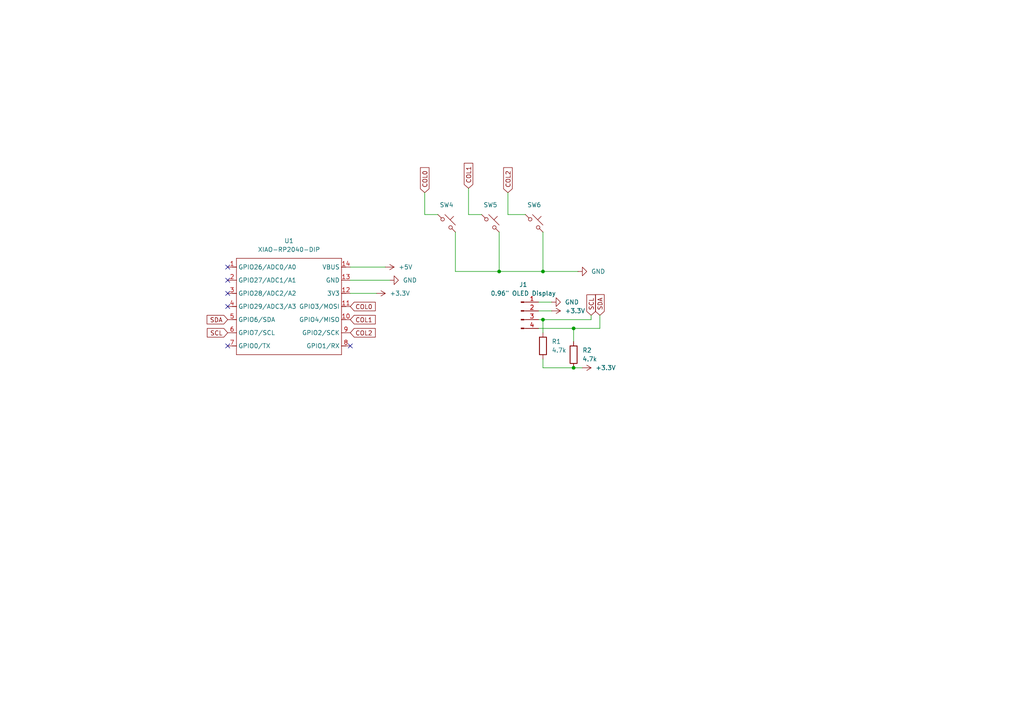
<source format=kicad_sch>
(kicad_sch
	(version 20231120)
	(generator "eeschema")
	(generator_version "8.0")
	(uuid "bbb66127-e82f-4e51-80be-75f83a38c524")
	(paper "A4")
	(lib_symbols
		(symbol "Connector:Conn_01x04_Pin"
			(pin_names
				(offset 1.016) hide)
			(exclude_from_sim no)
			(in_bom yes)
			(on_board yes)
			(property "Reference" "J"
				(at 0 5.08 0)
				(effects
					(font
						(size 1.27 1.27)
					)
				)
			)
			(property "Value" "Conn_01x04_Pin"
				(at 0 -7.62 0)
				(effects
					(font
						(size 1.27 1.27)
					)
				)
			)
			(property "Footprint" ""
				(at 0 0 0)
				(effects
					(font
						(size 1.27 1.27)
					)
					(hide yes)
				)
			)
			(property "Datasheet" "~"
				(at 0 0 0)
				(effects
					(font
						(size 1.27 1.27)
					)
					(hide yes)
				)
			)
			(property "Description" "Generic connector, single row, 01x04, script generated"
				(at 0 0 0)
				(effects
					(font
						(size 1.27 1.27)
					)
					(hide yes)
				)
			)
			(property "ki_locked" ""
				(at 0 0 0)
				(effects
					(font
						(size 1.27 1.27)
					)
				)
			)
			(property "ki_keywords" "connector"
				(at 0 0 0)
				(effects
					(font
						(size 1.27 1.27)
					)
					(hide yes)
				)
			)
			(property "ki_fp_filters" "Connector*:*_1x??_*"
				(at 0 0 0)
				(effects
					(font
						(size 1.27 1.27)
					)
					(hide yes)
				)
			)
			(symbol "Conn_01x04_Pin_1_1"
				(polyline
					(pts
						(xy 1.27 -5.08) (xy 0.8636 -5.08)
					)
					(stroke
						(width 0.1524)
						(type default)
					)
					(fill
						(type none)
					)
				)
				(polyline
					(pts
						(xy 1.27 -2.54) (xy 0.8636 -2.54)
					)
					(stroke
						(width 0.1524)
						(type default)
					)
					(fill
						(type none)
					)
				)
				(polyline
					(pts
						(xy 1.27 0) (xy 0.8636 0)
					)
					(stroke
						(width 0.1524)
						(type default)
					)
					(fill
						(type none)
					)
				)
				(polyline
					(pts
						(xy 1.27 2.54) (xy 0.8636 2.54)
					)
					(stroke
						(width 0.1524)
						(type default)
					)
					(fill
						(type none)
					)
				)
				(rectangle
					(start 0.8636 -4.953)
					(end 0 -5.207)
					(stroke
						(width 0.1524)
						(type default)
					)
					(fill
						(type outline)
					)
				)
				(rectangle
					(start 0.8636 -2.413)
					(end 0 -2.667)
					(stroke
						(width 0.1524)
						(type default)
					)
					(fill
						(type outline)
					)
				)
				(rectangle
					(start 0.8636 0.127)
					(end 0 -0.127)
					(stroke
						(width 0.1524)
						(type default)
					)
					(fill
						(type outline)
					)
				)
				(rectangle
					(start 0.8636 2.667)
					(end 0 2.413)
					(stroke
						(width 0.1524)
						(type default)
					)
					(fill
						(type outline)
					)
				)
				(pin passive line
					(at 5.08 2.54 180)
					(length 3.81)
					(name "Pin_1"
						(effects
							(font
								(size 1.27 1.27)
							)
						)
					)
					(number "1"
						(effects
							(font
								(size 1.27 1.27)
							)
						)
					)
				)
				(pin passive line
					(at 5.08 0 180)
					(length 3.81)
					(name "Pin_2"
						(effects
							(font
								(size 1.27 1.27)
							)
						)
					)
					(number "2"
						(effects
							(font
								(size 1.27 1.27)
							)
						)
					)
				)
				(pin passive line
					(at 5.08 -2.54 180)
					(length 3.81)
					(name "Pin_3"
						(effects
							(font
								(size 1.27 1.27)
							)
						)
					)
					(number "3"
						(effects
							(font
								(size 1.27 1.27)
							)
						)
					)
				)
				(pin passive line
					(at 5.08 -5.08 180)
					(length 3.81)
					(name "Pin_4"
						(effects
							(font
								(size 1.27 1.27)
							)
						)
					)
					(number "4"
						(effects
							(font
								(size 1.27 1.27)
							)
						)
					)
				)
			)
		)
		(symbol "Device:R"
			(pin_numbers hide)
			(pin_names
				(offset 0)
			)
			(exclude_from_sim no)
			(in_bom yes)
			(on_board yes)
			(property "Reference" "R"
				(at 2.032 0 90)
				(effects
					(font
						(size 1.27 1.27)
					)
				)
			)
			(property "Value" "R"
				(at 0 0 90)
				(effects
					(font
						(size 1.27 1.27)
					)
				)
			)
			(property "Footprint" ""
				(at -1.778 0 90)
				(effects
					(font
						(size 1.27 1.27)
					)
					(hide yes)
				)
			)
			(property "Datasheet" "~"
				(at 0 0 0)
				(effects
					(font
						(size 1.27 1.27)
					)
					(hide yes)
				)
			)
			(property "Description" "Resistor"
				(at 0 0 0)
				(effects
					(font
						(size 1.27 1.27)
					)
					(hide yes)
				)
			)
			(property "ki_keywords" "R res resistor"
				(at 0 0 0)
				(effects
					(font
						(size 1.27 1.27)
					)
					(hide yes)
				)
			)
			(property "ki_fp_filters" "R_*"
				(at 0 0 0)
				(effects
					(font
						(size 1.27 1.27)
					)
					(hide yes)
				)
			)
			(symbol "R_0_1"
				(rectangle
					(start -1.016 -2.54)
					(end 1.016 2.54)
					(stroke
						(width 0.254)
						(type default)
					)
					(fill
						(type none)
					)
				)
			)
			(symbol "R_1_1"
				(pin passive line
					(at 0 3.81 270)
					(length 1.27)
					(name "~"
						(effects
							(font
								(size 1.27 1.27)
							)
						)
					)
					(number "1"
						(effects
							(font
								(size 1.27 1.27)
							)
						)
					)
				)
				(pin passive line
					(at 0 -3.81 90)
					(length 1.27)
					(name "~"
						(effects
							(font
								(size 1.27 1.27)
							)
						)
					)
					(number "2"
						(effects
							(font
								(size 1.27 1.27)
							)
						)
					)
				)
			)
		)
		(symbol "OPL:XIAO-RP2040-DIP"
			(exclude_from_sim no)
			(in_bom yes)
			(on_board yes)
			(property "Reference" "U"
				(at 0 0 0)
				(effects
					(font
						(size 1.27 1.27)
					)
				)
			)
			(property "Value" "XIAO-RP2040-DIP"
				(at 5.334 -1.778 0)
				(effects
					(font
						(size 1.27 1.27)
					)
				)
			)
			(property "Footprint" "Module:MOUDLE14P-XIAO-DIP-SMD"
				(at 14.478 -32.258 0)
				(effects
					(font
						(size 1.27 1.27)
					)
					(hide yes)
				)
			)
			(property "Datasheet" ""
				(at 0 0 0)
				(effects
					(font
						(size 1.27 1.27)
					)
					(hide yes)
				)
			)
			(property "Description" ""
				(at 0 0 0)
				(effects
					(font
						(size 1.27 1.27)
					)
					(hide yes)
				)
			)
			(symbol "XIAO-RP2040-DIP_1_0"
				(polyline
					(pts
						(xy -1.27 -30.48) (xy -1.27 -16.51)
					)
					(stroke
						(width 0.1524)
						(type solid)
					)
					(fill
						(type none)
					)
				)
				(polyline
					(pts
						(xy -1.27 -27.94) (xy -2.54 -27.94)
					)
					(stroke
						(width 0.1524)
						(type solid)
					)
					(fill
						(type none)
					)
				)
				(polyline
					(pts
						(xy -1.27 -24.13) (xy -2.54 -24.13)
					)
					(stroke
						(width 0.1524)
						(type solid)
					)
					(fill
						(type none)
					)
				)
				(polyline
					(pts
						(xy -1.27 -20.32) (xy -2.54 -20.32)
					)
					(stroke
						(width 0.1524)
						(type solid)
					)
					(fill
						(type none)
					)
				)
				(polyline
					(pts
						(xy -1.27 -16.51) (xy -2.54 -16.51)
					)
					(stroke
						(width 0.1524)
						(type solid)
					)
					(fill
						(type none)
					)
				)
				(polyline
					(pts
						(xy -1.27 -16.51) (xy -1.27 -12.7)
					)
					(stroke
						(width 0.1524)
						(type solid)
					)
					(fill
						(type none)
					)
				)
				(polyline
					(pts
						(xy -1.27 -12.7) (xy -2.54 -12.7)
					)
					(stroke
						(width 0.1524)
						(type solid)
					)
					(fill
						(type none)
					)
				)
				(polyline
					(pts
						(xy -1.27 -12.7) (xy -1.27 -8.89)
					)
					(stroke
						(width 0.1524)
						(type solid)
					)
					(fill
						(type none)
					)
				)
				(polyline
					(pts
						(xy -1.27 -8.89) (xy -2.54 -8.89)
					)
					(stroke
						(width 0.1524)
						(type solid)
					)
					(fill
						(type none)
					)
				)
				(polyline
					(pts
						(xy -1.27 -8.89) (xy -1.27 -5.08)
					)
					(stroke
						(width 0.1524)
						(type solid)
					)
					(fill
						(type none)
					)
				)
				(polyline
					(pts
						(xy -1.27 -5.08) (xy -2.54 -5.08)
					)
					(stroke
						(width 0.1524)
						(type solid)
					)
					(fill
						(type none)
					)
				)
				(polyline
					(pts
						(xy -1.27 -5.08) (xy -1.27 -2.54)
					)
					(stroke
						(width 0.1524)
						(type solid)
					)
					(fill
						(type none)
					)
				)
				(polyline
					(pts
						(xy -1.27 -2.54) (xy 29.21 -2.54)
					)
					(stroke
						(width 0.1524)
						(type solid)
					)
					(fill
						(type none)
					)
				)
				(polyline
					(pts
						(xy 29.21 -30.48) (xy -1.27 -30.48)
					)
					(stroke
						(width 0.1524)
						(type solid)
					)
					(fill
						(type none)
					)
				)
				(polyline
					(pts
						(xy 29.21 -12.7) (xy 29.21 -30.48)
					)
					(stroke
						(width 0.1524)
						(type solid)
					)
					(fill
						(type none)
					)
				)
				(polyline
					(pts
						(xy 29.21 -8.89) (xy 29.21 -12.7)
					)
					(stroke
						(width 0.1524)
						(type solid)
					)
					(fill
						(type none)
					)
				)
				(polyline
					(pts
						(xy 29.21 -5.08) (xy 29.21 -8.89)
					)
					(stroke
						(width 0.1524)
						(type solid)
					)
					(fill
						(type none)
					)
				)
				(polyline
					(pts
						(xy 29.21 -2.54) (xy 29.21 -5.08)
					)
					(stroke
						(width 0.1524)
						(type solid)
					)
					(fill
						(type none)
					)
				)
				(polyline
					(pts
						(xy 30.48 -27.94) (xy 29.21 -27.94)
					)
					(stroke
						(width 0.1524)
						(type solid)
					)
					(fill
						(type none)
					)
				)
				(polyline
					(pts
						(xy 30.48 -24.13) (xy 29.21 -24.13)
					)
					(stroke
						(width 0.1524)
						(type solid)
					)
					(fill
						(type none)
					)
				)
				(polyline
					(pts
						(xy 30.48 -20.32) (xy 29.21 -20.32)
					)
					(stroke
						(width 0.1524)
						(type solid)
					)
					(fill
						(type none)
					)
				)
				(polyline
					(pts
						(xy 30.48 -16.51) (xy 29.21 -16.51)
					)
					(stroke
						(width 0.1524)
						(type solid)
					)
					(fill
						(type none)
					)
				)
				(polyline
					(pts
						(xy 30.48 -12.7) (xy 29.21 -12.7)
					)
					(stroke
						(width 0.1524)
						(type solid)
					)
					(fill
						(type none)
					)
				)
				(polyline
					(pts
						(xy 30.48 -8.89) (xy 29.21 -8.89)
					)
					(stroke
						(width 0.1524)
						(type solid)
					)
					(fill
						(type none)
					)
				)
				(polyline
					(pts
						(xy 30.48 -5.08) (xy 29.21 -5.08)
					)
					(stroke
						(width 0.1524)
						(type solid)
					)
					(fill
						(type none)
					)
				)
				(pin passive line
					(at -3.81 -5.08 0)
					(length 2.54)
					(name "GPIO26/ADC0/A0"
						(effects
							(font
								(size 1.27 1.27)
							)
						)
					)
					(number "1"
						(effects
							(font
								(size 1.27 1.27)
							)
						)
					)
				)
				(pin passive line
					(at 31.75 -20.32 180)
					(length 2.54)
					(name "GPIO4/MISO"
						(effects
							(font
								(size 1.27 1.27)
							)
						)
					)
					(number "10"
						(effects
							(font
								(size 1.27 1.27)
							)
						)
					)
				)
				(pin passive line
					(at 31.75 -16.51 180)
					(length 2.54)
					(name "GPIO3/MOSI"
						(effects
							(font
								(size 1.27 1.27)
							)
						)
					)
					(number "11"
						(effects
							(font
								(size 1.27 1.27)
							)
						)
					)
				)
				(pin passive line
					(at 31.75 -12.7 180)
					(length 2.54)
					(name "3V3"
						(effects
							(font
								(size 1.27 1.27)
							)
						)
					)
					(number "12"
						(effects
							(font
								(size 1.27 1.27)
							)
						)
					)
				)
				(pin passive line
					(at 31.75 -8.89 180)
					(length 2.54)
					(name "GND"
						(effects
							(font
								(size 1.27 1.27)
							)
						)
					)
					(number "13"
						(effects
							(font
								(size 1.27 1.27)
							)
						)
					)
				)
				(pin passive line
					(at 31.75 -5.08 180)
					(length 2.54)
					(name "VBUS"
						(effects
							(font
								(size 1.27 1.27)
							)
						)
					)
					(number "14"
						(effects
							(font
								(size 1.27 1.27)
							)
						)
					)
				)
				(pin passive line
					(at -3.81 -8.89 0)
					(length 2.54)
					(name "GPIO27/ADC1/A1"
						(effects
							(font
								(size 1.27 1.27)
							)
						)
					)
					(number "2"
						(effects
							(font
								(size 1.27 1.27)
							)
						)
					)
				)
				(pin passive line
					(at -3.81 -12.7 0)
					(length 2.54)
					(name "GPIO28/ADC2/A2"
						(effects
							(font
								(size 1.27 1.27)
							)
						)
					)
					(number "3"
						(effects
							(font
								(size 1.27 1.27)
							)
						)
					)
				)
				(pin passive line
					(at -3.81 -16.51 0)
					(length 2.54)
					(name "GPIO29/ADC3/A3"
						(effects
							(font
								(size 1.27 1.27)
							)
						)
					)
					(number "4"
						(effects
							(font
								(size 1.27 1.27)
							)
						)
					)
				)
				(pin passive line
					(at -3.81 -20.32 0)
					(length 2.54)
					(name "GPIO6/SDA"
						(effects
							(font
								(size 1.27 1.27)
							)
						)
					)
					(number "5"
						(effects
							(font
								(size 1.27 1.27)
							)
						)
					)
				)
				(pin passive line
					(at -3.81 -24.13 0)
					(length 2.54)
					(name "GPIO7/SCL"
						(effects
							(font
								(size 1.27 1.27)
							)
						)
					)
					(number "6"
						(effects
							(font
								(size 1.27 1.27)
							)
						)
					)
				)
				(pin passive line
					(at -3.81 -27.94 0)
					(length 2.54)
					(name "GPIO0/TX"
						(effects
							(font
								(size 1.27 1.27)
							)
						)
					)
					(number "7"
						(effects
							(font
								(size 1.27 1.27)
							)
						)
					)
				)
				(pin passive line
					(at 31.75 -27.94 180)
					(length 2.54)
					(name "GPIO1/RX"
						(effects
							(font
								(size 1.27 1.27)
							)
						)
					)
					(number "8"
						(effects
							(font
								(size 1.27 1.27)
							)
						)
					)
				)
				(pin passive line
					(at 31.75 -24.13 180)
					(length 2.54)
					(name "GPIO2/SCK"
						(effects
							(font
								(size 1.27 1.27)
							)
						)
					)
					(number "9"
						(effects
							(font
								(size 1.27 1.27)
							)
						)
					)
				)
			)
		)
		(symbol "Switch:SW_Push_45deg"
			(pin_numbers hide)
			(pin_names
				(offset 1.016) hide)
			(exclude_from_sim no)
			(in_bom yes)
			(on_board yes)
			(property "Reference" "SW"
				(at 3.048 1.016 0)
				(effects
					(font
						(size 1.27 1.27)
					)
					(justify left)
				)
			)
			(property "Value" "SW_Push_45deg"
				(at 0 -3.81 0)
				(effects
					(font
						(size 1.27 1.27)
					)
				)
			)
			(property "Footprint" ""
				(at 0 0 0)
				(effects
					(font
						(size 1.27 1.27)
					)
					(hide yes)
				)
			)
			(property "Datasheet" "~"
				(at 0 0 0)
				(effects
					(font
						(size 1.27 1.27)
					)
					(hide yes)
				)
			)
			(property "Description" "Push button switch, normally open, two pins, 45° tilted"
				(at 0 0 0)
				(effects
					(font
						(size 1.27 1.27)
					)
					(hide yes)
				)
			)
			(property "ki_keywords" "switch normally-open pushbutton push-button"
				(at 0 0 0)
				(effects
					(font
						(size 1.27 1.27)
					)
					(hide yes)
				)
			)
			(symbol "SW_Push_45deg_0_1"
				(circle
					(center -1.1684 1.1684)
					(radius 0.508)
					(stroke
						(width 0)
						(type default)
					)
					(fill
						(type none)
					)
				)
				(polyline
					(pts
						(xy -0.508 2.54) (xy 2.54 -0.508)
					)
					(stroke
						(width 0)
						(type default)
					)
					(fill
						(type none)
					)
				)
				(polyline
					(pts
						(xy 1.016 1.016) (xy 2.032 2.032)
					)
					(stroke
						(width 0)
						(type default)
					)
					(fill
						(type none)
					)
				)
				(polyline
					(pts
						(xy -2.54 2.54) (xy -1.524 1.524) (xy -1.524 1.524)
					)
					(stroke
						(width 0)
						(type default)
					)
					(fill
						(type none)
					)
				)
				(polyline
					(pts
						(xy 1.524 -1.524) (xy 2.54 -2.54) (xy 2.54 -2.54) (xy 2.54 -2.54)
					)
					(stroke
						(width 0)
						(type default)
					)
					(fill
						(type none)
					)
				)
				(circle
					(center 1.143 -1.1938)
					(radius 0.508)
					(stroke
						(width 0)
						(type default)
					)
					(fill
						(type none)
					)
				)
				(pin passive line
					(at -2.54 2.54 0)
					(length 0)
					(name "1"
						(effects
							(font
								(size 1.27 1.27)
							)
						)
					)
					(number "1"
						(effects
							(font
								(size 1.27 1.27)
							)
						)
					)
				)
				(pin passive line
					(at 2.54 -2.54 180)
					(length 0)
					(name "2"
						(effects
							(font
								(size 1.27 1.27)
							)
						)
					)
					(number "2"
						(effects
							(font
								(size 1.27 1.27)
							)
						)
					)
				)
			)
		)
		(symbol "power:+3.3V"
			(power)
			(pin_numbers hide)
			(pin_names
				(offset 0) hide)
			(exclude_from_sim no)
			(in_bom yes)
			(on_board yes)
			(property "Reference" "#PWR"
				(at 0 -3.81 0)
				(effects
					(font
						(size 1.27 1.27)
					)
					(hide yes)
				)
			)
			(property "Value" "+3.3V"
				(at 0 3.556 0)
				(effects
					(font
						(size 1.27 1.27)
					)
				)
			)
			(property "Footprint" ""
				(at 0 0 0)
				(effects
					(font
						(size 1.27 1.27)
					)
					(hide yes)
				)
			)
			(property "Datasheet" ""
				(at 0 0 0)
				(effects
					(font
						(size 1.27 1.27)
					)
					(hide yes)
				)
			)
			(property "Description" "Power symbol creates a global label with name \"+3.3V\""
				(at 0 0 0)
				(effects
					(font
						(size 1.27 1.27)
					)
					(hide yes)
				)
			)
			(property "ki_keywords" "global power"
				(at 0 0 0)
				(effects
					(font
						(size 1.27 1.27)
					)
					(hide yes)
				)
			)
			(symbol "+3.3V_0_1"
				(polyline
					(pts
						(xy -0.762 1.27) (xy 0 2.54)
					)
					(stroke
						(width 0)
						(type default)
					)
					(fill
						(type none)
					)
				)
				(polyline
					(pts
						(xy 0 0) (xy 0 2.54)
					)
					(stroke
						(width 0)
						(type default)
					)
					(fill
						(type none)
					)
				)
				(polyline
					(pts
						(xy 0 2.54) (xy 0.762 1.27)
					)
					(stroke
						(width 0)
						(type default)
					)
					(fill
						(type none)
					)
				)
			)
			(symbol "+3.3V_1_1"
				(pin power_in line
					(at 0 0 90)
					(length 0)
					(name "~"
						(effects
							(font
								(size 1.27 1.27)
							)
						)
					)
					(number "1"
						(effects
							(font
								(size 1.27 1.27)
							)
						)
					)
				)
			)
		)
		(symbol "power:+5V"
			(power)
			(pin_numbers hide)
			(pin_names
				(offset 0) hide)
			(exclude_from_sim no)
			(in_bom yes)
			(on_board yes)
			(property "Reference" "#PWR"
				(at 0 -3.81 0)
				(effects
					(font
						(size 1.27 1.27)
					)
					(hide yes)
				)
			)
			(property "Value" "+5V"
				(at 0 3.556 0)
				(effects
					(font
						(size 1.27 1.27)
					)
				)
			)
			(property "Footprint" ""
				(at 0 0 0)
				(effects
					(font
						(size 1.27 1.27)
					)
					(hide yes)
				)
			)
			(property "Datasheet" ""
				(at 0 0 0)
				(effects
					(font
						(size 1.27 1.27)
					)
					(hide yes)
				)
			)
			(property "Description" "Power symbol creates a global label with name \"+5V\""
				(at 0 0 0)
				(effects
					(font
						(size 1.27 1.27)
					)
					(hide yes)
				)
			)
			(property "ki_keywords" "global power"
				(at 0 0 0)
				(effects
					(font
						(size 1.27 1.27)
					)
					(hide yes)
				)
			)
			(symbol "+5V_0_1"
				(polyline
					(pts
						(xy -0.762 1.27) (xy 0 2.54)
					)
					(stroke
						(width 0)
						(type default)
					)
					(fill
						(type none)
					)
				)
				(polyline
					(pts
						(xy 0 0) (xy 0 2.54)
					)
					(stroke
						(width 0)
						(type default)
					)
					(fill
						(type none)
					)
				)
				(polyline
					(pts
						(xy 0 2.54) (xy 0.762 1.27)
					)
					(stroke
						(width 0)
						(type default)
					)
					(fill
						(type none)
					)
				)
			)
			(symbol "+5V_1_1"
				(pin power_in line
					(at 0 0 90)
					(length 0)
					(name "~"
						(effects
							(font
								(size 1.27 1.27)
							)
						)
					)
					(number "1"
						(effects
							(font
								(size 1.27 1.27)
							)
						)
					)
				)
			)
		)
		(symbol "power:GND"
			(power)
			(pin_numbers hide)
			(pin_names
				(offset 0) hide)
			(exclude_from_sim no)
			(in_bom yes)
			(on_board yes)
			(property "Reference" "#PWR"
				(at 0 -6.35 0)
				(effects
					(font
						(size 1.27 1.27)
					)
					(hide yes)
				)
			)
			(property "Value" "GND"
				(at 0 -3.81 0)
				(effects
					(font
						(size 1.27 1.27)
					)
				)
			)
			(property "Footprint" ""
				(at 0 0 0)
				(effects
					(font
						(size 1.27 1.27)
					)
					(hide yes)
				)
			)
			(property "Datasheet" ""
				(at 0 0 0)
				(effects
					(font
						(size 1.27 1.27)
					)
					(hide yes)
				)
			)
			(property "Description" "Power symbol creates a global label with name \"GND\" , ground"
				(at 0 0 0)
				(effects
					(font
						(size 1.27 1.27)
					)
					(hide yes)
				)
			)
			(property "ki_keywords" "global power"
				(at 0 0 0)
				(effects
					(font
						(size 1.27 1.27)
					)
					(hide yes)
				)
			)
			(symbol "GND_0_1"
				(polyline
					(pts
						(xy 0 0) (xy 0 -1.27) (xy 1.27 -1.27) (xy 0 -2.54) (xy -1.27 -1.27) (xy 0 -1.27)
					)
					(stroke
						(width 0)
						(type default)
					)
					(fill
						(type none)
					)
				)
			)
			(symbol "GND_1_1"
				(pin power_in line
					(at 0 0 270)
					(length 0)
					(name "~"
						(effects
							(font
								(size 1.27 1.27)
							)
						)
					)
					(number "1"
						(effects
							(font
								(size 1.27 1.27)
							)
						)
					)
				)
			)
		)
	)
	(junction
		(at 166.37 95.25)
		(diameter 0)
		(color 0 0 0 0)
		(uuid "0015b9e7-9846-42b6-83cd-cef6f3ba4136")
	)
	(junction
		(at 144.78 78.74)
		(diameter 0)
		(color 0 0 0 0)
		(uuid "0cd5e18d-e37b-4910-b2ff-495c8c3214c9")
	)
	(junction
		(at 157.48 78.74)
		(diameter 0)
		(color 0 0 0 0)
		(uuid "8097028c-31e0-4e9d-91ea-9d8a951ebd8e")
	)
	(junction
		(at 166.37 106.68)
		(diameter 0)
		(color 0 0 0 0)
		(uuid "8c34eb75-8e1d-4c22-b6a3-42da6e14c6c4")
	)
	(junction
		(at 157.48 92.71)
		(diameter 0)
		(color 0 0 0 0)
		(uuid "be70e21e-20fb-4566-935c-3648c281f8b5")
	)
	(no_connect
		(at 66.04 100.33)
		(uuid "24dd525b-6efa-486f-957c-c1214303ba9e")
	)
	(no_connect
		(at 66.04 85.09)
		(uuid "46c600b4-f7dc-4455-8e23-e1ef6fd05c84")
	)
	(no_connect
		(at 66.04 77.47)
		(uuid "86092039-6582-42b3-b8f4-2aac5e20a3e7")
	)
	(no_connect
		(at 66.04 88.9)
		(uuid "e833180b-b985-4603-baf8-823bf2854ac7")
	)
	(no_connect
		(at 101.6 100.33)
		(uuid "fa7adffe-b540-4350-9dfb-15709c675510")
	)
	(no_connect
		(at 66.04 81.28)
		(uuid "fc0fb3a8-acba-4fd4-b815-df81c1b9418a")
	)
	(wire
		(pts
			(xy 147.32 55.88) (xy 147.32 62.23)
		)
		(stroke
			(width 0)
			(type default)
		)
		(uuid "0b7c931e-696e-4c45-a8e1-a3b6b9a79175")
	)
	(wire
		(pts
			(xy 156.21 95.25) (xy 166.37 95.25)
		)
		(stroke
			(width 0)
			(type default)
		)
		(uuid "1c5e61c2-51e9-47f6-b81d-9ae6689f4678")
	)
	(wire
		(pts
			(xy 171.45 91.44) (xy 171.45 92.71)
		)
		(stroke
			(width 0)
			(type default)
		)
		(uuid "2b459385-3469-4cf1-a87c-e511b63eac7c")
	)
	(wire
		(pts
			(xy 173.99 91.44) (xy 173.99 95.25)
		)
		(stroke
			(width 0)
			(type default)
		)
		(uuid "301767c8-bb38-4953-abc9-a3a7d0dfaa49")
	)
	(wire
		(pts
			(xy 166.37 106.68) (xy 168.91 106.68)
		)
		(stroke
			(width 0)
			(type default)
		)
		(uuid "3a1c385a-f21e-431a-8975-35365a8210ac")
	)
	(wire
		(pts
			(xy 135.89 54.61) (xy 135.89 62.23)
		)
		(stroke
			(width 0)
			(type default)
		)
		(uuid "40d29b6f-eec7-4201-8736-8d62443c8a4d")
	)
	(wire
		(pts
			(xy 156.21 87.63) (xy 160.02 87.63)
		)
		(stroke
			(width 0)
			(type default)
		)
		(uuid "4647da39-e00f-4eb5-a240-6d866cad32c7")
	)
	(wire
		(pts
			(xy 157.48 104.14) (xy 157.48 106.68)
		)
		(stroke
			(width 0)
			(type default)
		)
		(uuid "4681692f-a7db-4f1e-b48c-1d4d45279bdb")
	)
	(wire
		(pts
			(xy 173.99 95.25) (xy 166.37 95.25)
		)
		(stroke
			(width 0)
			(type default)
		)
		(uuid "478e5aea-2a6c-4aaa-9a34-8ca2e8e4372a")
	)
	(wire
		(pts
			(xy 123.19 62.23) (xy 127 62.23)
		)
		(stroke
			(width 0)
			(type default)
		)
		(uuid "57e052b7-189d-4648-8ba0-4e8c587bd820")
	)
	(wire
		(pts
			(xy 101.6 81.28) (xy 113.03 81.28)
		)
		(stroke
			(width 0)
			(type default)
		)
		(uuid "58babf9e-b2c4-41f4-b919-6209db002f5c")
	)
	(wire
		(pts
			(xy 101.6 85.09) (xy 109.22 85.09)
		)
		(stroke
			(width 0)
			(type default)
		)
		(uuid "5ec5fc72-9281-4982-812f-1cc67e272519")
	)
	(wire
		(pts
			(xy 166.37 99.06) (xy 166.37 95.25)
		)
		(stroke
			(width 0)
			(type default)
		)
		(uuid "6bd7a15e-512c-4d04-b2fb-9572865f3c63")
	)
	(wire
		(pts
			(xy 135.89 62.23) (xy 139.7 62.23)
		)
		(stroke
			(width 0)
			(type default)
		)
		(uuid "6cd49125-1d4e-45d8-90d6-6c0bf9947316")
	)
	(wire
		(pts
			(xy 157.48 67.31) (xy 157.48 78.74)
		)
		(stroke
			(width 0)
			(type default)
		)
		(uuid "6fccd849-a097-44e4-a062-933b5284496c")
	)
	(wire
		(pts
			(xy 144.78 67.31) (xy 144.78 78.74)
		)
		(stroke
			(width 0)
			(type default)
		)
		(uuid "719d7037-b08e-4a58-83f8-7056288f0ca7")
	)
	(wire
		(pts
			(xy 132.08 67.31) (xy 132.08 78.74)
		)
		(stroke
			(width 0)
			(type default)
		)
		(uuid "7f3debfc-c409-4d25-b8dc-e3d3dcac7a5a")
	)
	(wire
		(pts
			(xy 144.78 78.74) (xy 157.48 78.74)
		)
		(stroke
			(width 0)
			(type default)
		)
		(uuid "832c15a5-8aaa-4b24-b1bd-dac927bc3ef3")
	)
	(wire
		(pts
			(xy 157.48 106.68) (xy 166.37 106.68)
		)
		(stroke
			(width 0)
			(type default)
		)
		(uuid "96c2d4d8-9613-461b-87d1-97bde864df69")
	)
	(wire
		(pts
			(xy 101.6 77.47) (xy 111.76 77.47)
		)
		(stroke
			(width 0)
			(type default)
		)
		(uuid "a54dccd5-c74a-4073-980b-7a1a220fe61c")
	)
	(wire
		(pts
			(xy 157.48 96.52) (xy 157.48 92.71)
		)
		(stroke
			(width 0)
			(type default)
		)
		(uuid "add9d3ce-4a8c-40de-b32a-91fbe42a079a")
	)
	(wire
		(pts
			(xy 157.48 92.71) (xy 171.45 92.71)
		)
		(stroke
			(width 0)
			(type default)
		)
		(uuid "b16bc3ec-81ae-45ca-ae20-21a4388344df")
	)
	(wire
		(pts
			(xy 156.21 90.17) (xy 160.02 90.17)
		)
		(stroke
			(width 0)
			(type default)
		)
		(uuid "b8eac566-bdfa-4cb9-be67-e4be97bc47ef")
	)
	(wire
		(pts
			(xy 157.48 78.74) (xy 167.64 78.74)
		)
		(stroke
			(width 0)
			(type default)
		)
		(uuid "b92959eb-08d9-421e-a022-9996b67b8cc5")
	)
	(wire
		(pts
			(xy 132.08 78.74) (xy 144.78 78.74)
		)
		(stroke
			(width 0)
			(type default)
		)
		(uuid "cac0a812-054a-4d0a-918f-e0e01ec2923e")
	)
	(wire
		(pts
			(xy 157.48 92.71) (xy 156.21 92.71)
		)
		(stroke
			(width 0)
			(type default)
		)
		(uuid "dd4250f5-7f4e-454a-a094-8ba5fd24bd89")
	)
	(wire
		(pts
			(xy 147.32 62.23) (xy 152.4 62.23)
		)
		(stroke
			(width 0)
			(type default)
		)
		(uuid "deec88ad-994b-4e14-b43b-c7ec7fa07635")
	)
	(wire
		(pts
			(xy 123.19 55.88) (xy 123.19 62.23)
		)
		(stroke
			(width 0)
			(type default)
		)
		(uuid "e7dba2a4-cf74-4b36-b57b-98680abb6bef")
	)
	(global_label "COL1"
		(shape input)
		(at 101.6 92.71 0)
		(fields_autoplaced yes)
		(effects
			(font
				(size 1.27 1.27)
			)
			(justify left)
		)
		(uuid "76eec44d-3669-4b0c-87f5-9ab115e91a80")
		(property "Intersheetrefs" "${INTERSHEET_REFS}"
			(at 109.4233 92.71 0)
			(effects
				(font
					(size 1.27 1.27)
				)
				(justify left)
				(hide yes)
			)
		)
	)
	(global_label "COL0"
		(shape input)
		(at 123.19 55.88 90)
		(fields_autoplaced yes)
		(effects
			(font
				(size 1.27 1.27)
			)
			(justify left)
		)
		(uuid "79e19506-ed31-407c-926c-e3fac4720ccc")
		(property "Intersheetrefs" "${INTERSHEET_REFS}"
			(at 123.19 48.0567 90)
			(effects
				(font
					(size 1.27 1.27)
				)
				(justify left)
				(hide yes)
			)
		)
	)
	(global_label "COL0"
		(shape input)
		(at 101.6 88.9 0)
		(fields_autoplaced yes)
		(effects
			(font
				(size 1.27 1.27)
			)
			(justify left)
		)
		(uuid "86d05dc7-1f82-4ee0-9f2b-1742cc7f1e38")
		(property "Intersheetrefs" "${INTERSHEET_REFS}"
			(at 109.4233 88.9 0)
			(effects
				(font
					(size 1.27 1.27)
				)
				(justify left)
				(hide yes)
			)
		)
	)
	(global_label "SDA"
		(shape input)
		(at 66.04 92.71 180)
		(fields_autoplaced yes)
		(effects
			(font
				(size 1.27 1.27)
			)
			(justify right)
		)
		(uuid "9b8ad7ed-7260-4b1c-bbb2-51ad1973ce67")
		(property "Intersheetrefs" "${INTERSHEET_REFS}"
			(at 59.4867 92.71 0)
			(effects
				(font
					(size 1.27 1.27)
				)
				(justify right)
				(hide yes)
			)
		)
	)
	(global_label "SCL"
		(shape input)
		(at 171.45 91.44 90)
		(fields_autoplaced yes)
		(effects
			(font
				(size 1.27 1.27)
			)
			(justify left)
		)
		(uuid "b0e6e8c6-3ee6-4560-b0d5-c4ee9990079f")
		(property "Intersheetrefs" "${INTERSHEET_REFS}"
			(at 171.45 84.9472 90)
			(effects
				(font
					(size 1.27 1.27)
				)
				(justify left)
				(hide yes)
			)
		)
	)
	(global_label "SDA"
		(shape input)
		(at 173.99 91.44 90)
		(fields_autoplaced yes)
		(effects
			(font
				(size 1.27 1.27)
			)
			(justify left)
		)
		(uuid "b567ef4a-0b08-4869-b6be-14c11358722b")
		(property "Intersheetrefs" "${INTERSHEET_REFS}"
			(at 173.99 84.8867 90)
			(effects
				(font
					(size 1.27 1.27)
				)
				(justify left)
				(hide yes)
			)
		)
	)
	(global_label "COL1"
		(shape input)
		(at 135.89 54.61 90)
		(fields_autoplaced yes)
		(effects
			(font
				(size 1.27 1.27)
			)
			(justify left)
		)
		(uuid "cec74420-b2ca-4882-91fb-0cf2a0c9cdcf")
		(property "Intersheetrefs" "${INTERSHEET_REFS}"
			(at 135.89 46.7867 90)
			(effects
				(font
					(size 1.27 1.27)
				)
				(justify left)
				(hide yes)
			)
		)
	)
	(global_label "COL2"
		(shape input)
		(at 147.32 55.88 90)
		(fields_autoplaced yes)
		(effects
			(font
				(size 1.27 1.27)
			)
			(justify left)
		)
		(uuid "d54b45f6-6920-417c-9405-b7870b7c7c5a")
		(property "Intersheetrefs" "${INTERSHEET_REFS}"
			(at 147.32 48.0567 90)
			(effects
				(font
					(size 1.27 1.27)
				)
				(justify left)
				(hide yes)
			)
		)
	)
	(global_label "COL2"
		(shape input)
		(at 101.6 96.52 0)
		(fields_autoplaced yes)
		(effects
			(font
				(size 1.27 1.27)
			)
			(justify left)
		)
		(uuid "db522bcf-9e13-48c6-88e5-617b77f5f92a")
		(property "Intersheetrefs" "${INTERSHEET_REFS}"
			(at 109.4233 96.52 0)
			(effects
				(font
					(size 1.27 1.27)
				)
				(justify left)
				(hide yes)
			)
		)
	)
	(global_label "SCL"
		(shape input)
		(at 66.04 96.52 180)
		(fields_autoplaced yes)
		(effects
			(font
				(size 1.27 1.27)
			)
			(justify right)
		)
		(uuid "e7be3725-8c67-4cc0-843b-58c8b082b604")
		(property "Intersheetrefs" "${INTERSHEET_REFS}"
			(at 59.5472 96.52 0)
			(effects
				(font
					(size 1.27 1.27)
				)
				(justify right)
				(hide yes)
			)
		)
	)
	(symbol
		(lib_id "Connector:Conn_01x04_Pin")
		(at 151.13 90.17 0)
		(unit 1)
		(exclude_from_sim no)
		(in_bom yes)
		(on_board yes)
		(dnp no)
		(fields_autoplaced yes)
		(uuid "2bda99b5-62de-41d3-bfd4-907c47accf30")
		(property "Reference" "J1"
			(at 151.765 82.55 0)
			(effects
				(font
					(size 1.27 1.27)
				)
			)
		)
		(property "Value" "0.96\" OLED Display"
			(at 151.765 85.09 0)
			(effects
				(font
					(size 1.27 1.27)
				)
			)
		)
		(property "Footprint" "OptoDevice:MODULE_DM-OLED096-636"
			(at 151.13 90.17 0)
			(effects
				(font
					(size 1.27 1.27)
				)
				(hide yes)
			)
		)
		(property "Datasheet" "~"
			(at 151.13 90.17 0)
			(effects
				(font
					(size 1.27 1.27)
				)
				(hide yes)
			)
		)
		(property "Description" "Generic connector, single row, 01x04, script generated"
			(at 151.13 90.17 0)
			(effects
				(font
					(size 1.27 1.27)
				)
				(hide yes)
			)
		)
		(pin "2"
			(uuid "2c0f82bf-f175-412a-b563-0196e41984ff")
		)
		(pin "1"
			(uuid "142249ef-2eb1-40f6-814e-2414af25627c")
		)
		(pin "3"
			(uuid "11d4926c-f584-4f8d-aea3-7a7cab4efe56")
		)
		(pin "4"
			(uuid "86d9fb53-b650-48b2-9fd7-e14db9e61f39")
		)
		(instances
			(project "HackPadSchematic"
				(path "/bbb66127-e82f-4e51-80be-75f83a38c524"
					(reference "J1")
					(unit 1)
				)
			)
		)
	)
	(symbol
		(lib_id "Switch:SW_Push_45deg")
		(at 142.24 64.77 0)
		(unit 1)
		(exclude_from_sim no)
		(in_bom yes)
		(on_board yes)
		(dnp no)
		(uuid "3f51a23c-d90e-4437-bd78-464bd21d482a")
		(property "Reference" "SW5"
			(at 142.24 59.436 0)
			(effects
				(font
					(size 1.27 1.27)
				)
			)
		)
		(property "Value" "MX"
			(at 142.24 59.69 0)
			(effects
				(font
					(size 1.27 1.27)
				)
				(hide yes)
			)
		)
		(property "Footprint" "Button_Switch_Keyboard:SW_Cherry_MX_1.00u_PCB"
			(at 142.24 64.77 0)
			(effects
				(font
					(size 1.27 1.27)
				)
				(hide yes)
			)
		)
		(property "Datasheet" "~"
			(at 142.24 64.77 0)
			(effects
				(font
					(size 1.27 1.27)
				)
				(hide yes)
			)
		)
		(property "Description" "Push button switch, normally open, two pins, 45° tilted"
			(at 142.24 64.77 0)
			(effects
				(font
					(size 1.27 1.27)
				)
				(hide yes)
			)
		)
		(pin "2"
			(uuid "aec59eab-9e35-43b9-ad34-ea8fa0b7b981")
		)
		(pin "1"
			(uuid "411b7ddd-aa07-4f65-a17f-1208b0a741d9")
		)
		(instances
			(project "HackPadSchematic"
				(path "/bbb66127-e82f-4e51-80be-75f83a38c524"
					(reference "SW5")
					(unit 1)
				)
			)
		)
	)
	(symbol
		(lib_id "Switch:SW_Push_45deg")
		(at 129.54 64.77 0)
		(unit 1)
		(exclude_from_sim no)
		(in_bom yes)
		(on_board yes)
		(dnp no)
		(uuid "4033a01a-2d06-47af-a7da-e40e5484b026")
		(property "Reference" "SW4"
			(at 129.54 59.436 0)
			(effects
				(font
					(size 1.27 1.27)
				)
			)
		)
		(property "Value" "MX"
			(at 129.54 59.69 0)
			(effects
				(font
					(size 1.27 1.27)
				)
				(hide yes)
			)
		)
		(property "Footprint" "Button_Switch_Keyboard:SW_Cherry_MX_1.00u_PCB"
			(at 129.54 64.77 0)
			(effects
				(font
					(size 1.27 1.27)
				)
				(hide yes)
			)
		)
		(property "Datasheet" "~"
			(at 129.54 64.77 0)
			(effects
				(font
					(size 1.27 1.27)
				)
				(hide yes)
			)
		)
		(property "Description" "Push button switch, normally open, two pins, 45° tilted"
			(at 129.54 64.77 0)
			(effects
				(font
					(size 1.27 1.27)
				)
				(hide yes)
			)
		)
		(pin "1"
			(uuid "9c0d3e7f-72a1-4703-991c-b9569ee009d6")
		)
		(pin "2"
			(uuid "a102d78d-8847-4070-80b2-2248a837a17a")
		)
		(instances
			(project "HackPadSchematic"
				(path "/bbb66127-e82f-4e51-80be-75f83a38c524"
					(reference "SW4")
					(unit 1)
				)
			)
		)
	)
	(symbol
		(lib_id "Device:R")
		(at 157.48 100.33 0)
		(unit 1)
		(exclude_from_sim no)
		(in_bom yes)
		(on_board yes)
		(dnp no)
		(fields_autoplaced yes)
		(uuid "4d27839e-18c9-4f46-83d8-b19062e29bb9")
		(property "Reference" "R1"
			(at 160.02 99.0599 0)
			(effects
				(font
					(size 1.27 1.27)
				)
				(justify left)
			)
		)
		(property "Value" "4.7k"
			(at 160.02 101.5999 0)
			(effects
				(font
					(size 1.27 1.27)
				)
				(justify left)
			)
		)
		(property "Footprint" "Resistor_THT:R_Axial_DIN0204_L3.6mm_D1.6mm_P5.08mm_Horizontal"
			(at 155.702 100.33 90)
			(effects
				(font
					(size 1.27 1.27)
				)
				(hide yes)
			)
		)
		(property "Datasheet" "~"
			(at 157.48 100.33 0)
			(effects
				(font
					(size 1.27 1.27)
				)
				(hide yes)
			)
		)
		(property "Description" "Resistor"
			(at 157.48 100.33 0)
			(effects
				(font
					(size 1.27 1.27)
				)
				(hide yes)
			)
		)
		(pin "2"
			(uuid "3cf70dd4-c14f-4320-ae6b-29b5f08ab539")
		)
		(pin "1"
			(uuid "23dbf7e3-65dd-4f16-abed-44690ec218c0")
		)
		(instances
			(project "HackPadSchematic"
				(path "/bbb66127-e82f-4e51-80be-75f83a38c524"
					(reference "R1")
					(unit 1)
				)
			)
		)
	)
	(symbol
		(lib_id "power:+3.3V")
		(at 168.91 106.68 270)
		(unit 1)
		(exclude_from_sim no)
		(in_bom yes)
		(on_board yes)
		(dnp no)
		(fields_autoplaced yes)
		(uuid "614bb251-161e-404f-9950-d83feb4a8c22")
		(property "Reference" "#PWR04"
			(at 165.1 106.68 0)
			(effects
				(font
					(size 1.27 1.27)
				)
				(hide yes)
			)
		)
		(property "Value" "+3.3V"
			(at 172.72 106.6799 90)
			(effects
				(font
					(size 1.27 1.27)
				)
				(justify left)
			)
		)
		(property "Footprint" ""
			(at 168.91 106.68 0)
			(effects
				(font
					(size 1.27 1.27)
				)
				(hide yes)
			)
		)
		(property "Datasheet" ""
			(at 168.91 106.68 0)
			(effects
				(font
					(size 1.27 1.27)
				)
				(hide yes)
			)
		)
		(property "Description" "Power symbol creates a global label with name \"+3.3V\""
			(at 168.91 106.68 0)
			(effects
				(font
					(size 1.27 1.27)
				)
				(hide yes)
			)
		)
		(pin "1"
			(uuid "75661f61-2ea6-4f7b-b092-1486182ed85b")
		)
		(instances
			(project "HackPadSchematic"
				(path "/bbb66127-e82f-4e51-80be-75f83a38c524"
					(reference "#PWR04")
					(unit 1)
				)
			)
		)
	)
	(symbol
		(lib_id "Switch:SW_Push_45deg")
		(at 154.94 64.77 0)
		(unit 1)
		(exclude_from_sim no)
		(in_bom yes)
		(on_board yes)
		(dnp no)
		(uuid "73cd3527-431c-46dd-bfd1-830deb9b4e81")
		(property "Reference" "SW6"
			(at 154.94 59.436 0)
			(effects
				(font
					(size 1.27 1.27)
				)
			)
		)
		(property "Value" "MX"
			(at 154.94 59.69 0)
			(effects
				(font
					(size 1.27 1.27)
				)
				(hide yes)
			)
		)
		(property "Footprint" "Button_Switch_Keyboard:SW_Cherry_MX_1.00u_PCB"
			(at 154.94 64.77 0)
			(effects
				(font
					(size 1.27 1.27)
				)
				(hide yes)
			)
		)
		(property "Datasheet" "~"
			(at 154.94 64.77 0)
			(effects
				(font
					(size 1.27 1.27)
				)
				(hide yes)
			)
		)
		(property "Description" "Push button switch, normally open, two pins, 45° tilted"
			(at 154.94 64.77 0)
			(effects
				(font
					(size 1.27 1.27)
				)
				(hide yes)
			)
		)
		(pin "2"
			(uuid "5a4f0c87-4c21-49bc-a2ed-494e78a4711a")
		)
		(pin "1"
			(uuid "8e0deccf-6bb4-41d8-a22d-5750975a30b8")
		)
		(instances
			(project "HackPadSchematic"
				(path "/bbb66127-e82f-4e51-80be-75f83a38c524"
					(reference "SW6")
					(unit 1)
				)
			)
		)
	)
	(symbol
		(lib_id "power:GND")
		(at 113.03 81.28 90)
		(unit 1)
		(exclude_from_sim no)
		(in_bom yes)
		(on_board yes)
		(dnp no)
		(fields_autoplaced yes)
		(uuid "75555344-5442-449d-b9a4-77cbcd05d3c1")
		(property "Reference" "#PWR05"
			(at 119.38 81.28 0)
			(effects
				(font
					(size 1.27 1.27)
				)
				(hide yes)
			)
		)
		(property "Value" "GND"
			(at 116.84 81.2799 90)
			(effects
				(font
					(size 1.27 1.27)
				)
				(justify right)
			)
		)
		(property "Footprint" ""
			(at 113.03 81.28 0)
			(effects
				(font
					(size 1.27 1.27)
				)
				(hide yes)
			)
		)
		(property "Datasheet" ""
			(at 113.03 81.28 0)
			(effects
				(font
					(size 1.27 1.27)
				)
				(hide yes)
			)
		)
		(property "Description" "Power symbol creates a global label with name \"GND\" , ground"
			(at 113.03 81.28 0)
			(effects
				(font
					(size 1.27 1.27)
				)
				(hide yes)
			)
		)
		(pin "1"
			(uuid "15ecce65-a33d-4d2f-b920-aebbd27472a2")
		)
		(instances
			(project "HackPadSchematic"
				(path "/bbb66127-e82f-4e51-80be-75f83a38c524"
					(reference "#PWR05")
					(unit 1)
				)
			)
		)
	)
	(symbol
		(lib_id "OPL:XIAO-RP2040-DIP")
		(at 69.85 72.39 0)
		(unit 1)
		(exclude_from_sim no)
		(in_bom yes)
		(on_board yes)
		(dnp no)
		(fields_autoplaced yes)
		(uuid "7b850186-0394-4aaa-a833-b8b70b561b8d")
		(property "Reference" "U1"
			(at 83.82 69.85 0)
			(effects
				(font
					(size 1.27 1.27)
				)
			)
		)
		(property "Value" "XIAO-RP2040-DIP"
			(at 83.82 72.39 0)
			(effects
				(font
					(size 1.27 1.27)
				)
			)
		)
		(property "Footprint" "OPL:XIAO-RP2040-DIP"
			(at 84.328 104.648 0)
			(effects
				(font
					(size 1.27 1.27)
				)
				(hide yes)
			)
		)
		(property "Datasheet" ""
			(at 69.85 72.39 0)
			(effects
				(font
					(size 1.27 1.27)
				)
				(hide yes)
			)
		)
		(property "Description" ""
			(at 69.85 72.39 0)
			(effects
				(font
					(size 1.27 1.27)
				)
				(hide yes)
			)
		)
		(pin "2"
			(uuid "6078b159-3e71-4b7c-9eba-e1ceee4d35a9")
		)
		(pin "4"
			(uuid "815a1a1a-2fef-4e4b-88d2-6ae74c5a51cc")
		)
		(pin "14"
			(uuid "51fa1829-0b53-4881-b16e-7eeee44daab8")
		)
		(pin "6"
			(uuid "69f01880-d60d-4671-ab18-589f4916a192")
		)
		(pin "8"
			(uuid "c72e974a-b7d1-44fe-98ff-6d477c0be02b")
		)
		(pin "3"
			(uuid "42bcaeb6-9f0b-45cf-901f-091d06816f4a")
		)
		(pin "11"
			(uuid "ee815c31-e1ec-4e35-9adb-bf3eff806422")
		)
		(pin "12"
			(uuid "30c7b654-87c8-4771-a20a-6eb4872fd2ff")
		)
		(pin "5"
			(uuid "302df998-7bd1-4bc9-96f0-2cfaa09223c0")
		)
		(pin "9"
			(uuid "110ea395-0ecf-4ab5-8880-f21375769749")
		)
		(pin "1"
			(uuid "2f9571c6-9725-466d-90d8-0a29a5f85b18")
		)
		(pin "13"
			(uuid "9d69e971-a3ff-48de-aee8-ef4480b7cce6")
		)
		(pin "10"
			(uuid "42d26bdb-eaec-49b3-9638-6d4eace266c8")
		)
		(pin "7"
			(uuid "b127a125-3b27-491a-ac8c-4fa88daea704")
		)
		(instances
			(project ""
				(path "/bbb66127-e82f-4e51-80be-75f83a38c524"
					(reference "U1")
					(unit 1)
				)
			)
		)
	)
	(symbol
		(lib_id "power:+5V")
		(at 111.76 77.47 270)
		(unit 1)
		(exclude_from_sim no)
		(in_bom yes)
		(on_board yes)
		(dnp no)
		(fields_autoplaced yes)
		(uuid "7c7668ee-d00f-4f29-804d-c3a6f3f65e2e")
		(property "Reference" "#PWR07"
			(at 107.95 77.47 0)
			(effects
				(font
					(size 1.27 1.27)
				)
				(hide yes)
			)
		)
		(property "Value" "+5V"
			(at 115.57 77.4699 90)
			(effects
				(font
					(size 1.27 1.27)
				)
				(justify left)
			)
		)
		(property "Footprint" ""
			(at 111.76 77.47 0)
			(effects
				(font
					(size 1.27 1.27)
				)
				(hide yes)
			)
		)
		(property "Datasheet" ""
			(at 111.76 77.47 0)
			(effects
				(font
					(size 1.27 1.27)
				)
				(hide yes)
			)
		)
		(property "Description" "Power symbol creates a global label with name \"+5V\""
			(at 111.76 77.47 0)
			(effects
				(font
					(size 1.27 1.27)
				)
				(hide yes)
			)
		)
		(pin "1"
			(uuid "0a1a5c89-65cd-4f9f-bc9c-7b254f288faf")
		)
		(instances
			(project "HackPadSchematic"
				(path "/bbb66127-e82f-4e51-80be-75f83a38c524"
					(reference "#PWR07")
					(unit 1)
				)
			)
		)
	)
	(symbol
		(lib_id "power:+3.3V")
		(at 109.22 85.09 270)
		(unit 1)
		(exclude_from_sim no)
		(in_bom yes)
		(on_board yes)
		(dnp no)
		(fields_autoplaced yes)
		(uuid "7c8b97b8-f186-4e5a-aaae-c25846ff92be")
		(property "Reference" "#PWR06"
			(at 105.41 85.09 0)
			(effects
				(font
					(size 1.27 1.27)
				)
				(hide yes)
			)
		)
		(property "Value" "+3.3V"
			(at 113.03 85.0899 90)
			(effects
				(font
					(size 1.27 1.27)
				)
				(justify left)
			)
		)
		(property "Footprint" ""
			(at 109.22 85.09 0)
			(effects
				(font
					(size 1.27 1.27)
				)
				(hide yes)
			)
		)
		(property "Datasheet" ""
			(at 109.22 85.09 0)
			(effects
				(font
					(size 1.27 1.27)
				)
				(hide yes)
			)
		)
		(property "Description" "Power symbol creates a global label with name \"+3.3V\""
			(at 109.22 85.09 0)
			(effects
				(font
					(size 1.27 1.27)
				)
				(hide yes)
			)
		)
		(pin "1"
			(uuid "9de71d40-39a6-4f85-b221-c0e5deddb84d")
		)
		(instances
			(project "HackPadSchematic"
				(path "/bbb66127-e82f-4e51-80be-75f83a38c524"
					(reference "#PWR06")
					(unit 1)
				)
			)
		)
	)
	(symbol
		(lib_id "power:+3.3V")
		(at 160.02 90.17 270)
		(unit 1)
		(exclude_from_sim no)
		(in_bom yes)
		(on_board yes)
		(dnp no)
		(fields_autoplaced yes)
		(uuid "aae62686-6b91-4346-9a65-d951a6a194fa")
		(property "Reference" "#PWR03"
			(at 156.21 90.17 0)
			(effects
				(font
					(size 1.27 1.27)
				)
				(hide yes)
			)
		)
		(property "Value" "+3.3V"
			(at 163.83 90.1699 90)
			(effects
				(font
					(size 1.27 1.27)
				)
				(justify left)
			)
		)
		(property "Footprint" ""
			(at 160.02 90.17 0)
			(effects
				(font
					(size 1.27 1.27)
				)
				(hide yes)
			)
		)
		(property "Datasheet" ""
			(at 160.02 90.17 0)
			(effects
				(font
					(size 1.27 1.27)
				)
				(hide yes)
			)
		)
		(property "Description" "Power symbol creates a global label with name \"+3.3V\""
			(at 160.02 90.17 0)
			(effects
				(font
					(size 1.27 1.27)
				)
				(hide yes)
			)
		)
		(pin "1"
			(uuid "46466015-c9fd-4f5a-87b1-21e223364e9b")
		)
		(instances
			(project "HackPadSchematic"
				(path "/bbb66127-e82f-4e51-80be-75f83a38c524"
					(reference "#PWR03")
					(unit 1)
				)
			)
		)
	)
	(symbol
		(lib_id "power:GND")
		(at 160.02 87.63 90)
		(unit 1)
		(exclude_from_sim no)
		(in_bom yes)
		(on_board yes)
		(dnp no)
		(fields_autoplaced yes)
		(uuid "c3b25ba3-74f6-4df0-a95e-26dd8c8a98e6")
		(property "Reference" "#PWR02"
			(at 166.37 87.63 0)
			(effects
				(font
					(size 1.27 1.27)
				)
				(hide yes)
			)
		)
		(property "Value" "GND"
			(at 163.83 87.6299 90)
			(effects
				(font
					(size 1.27 1.27)
				)
				(justify right)
			)
		)
		(property "Footprint" ""
			(at 160.02 87.63 0)
			(effects
				(font
					(size 1.27 1.27)
				)
				(hide yes)
			)
		)
		(property "Datasheet" ""
			(at 160.02 87.63 0)
			(effects
				(font
					(size 1.27 1.27)
				)
				(hide yes)
			)
		)
		(property "Description" "Power symbol creates a global label with name \"GND\" , ground"
			(at 160.02 87.63 0)
			(effects
				(font
					(size 1.27 1.27)
				)
				(hide yes)
			)
		)
		(pin "1"
			(uuid "15be8e10-babb-4711-be52-6f606fde8d54")
		)
		(instances
			(project "HackPadSchematic"
				(path "/bbb66127-e82f-4e51-80be-75f83a38c524"
					(reference "#PWR02")
					(unit 1)
				)
			)
		)
	)
	(symbol
		(lib_id "Device:R")
		(at 166.37 102.87 0)
		(unit 1)
		(exclude_from_sim no)
		(in_bom yes)
		(on_board yes)
		(dnp no)
		(fields_autoplaced yes)
		(uuid "dc50c68e-7a8a-4a08-9b70-ebe84c814f6a")
		(property "Reference" "R2"
			(at 168.91 101.5999 0)
			(effects
				(font
					(size 1.27 1.27)
				)
				(justify left)
			)
		)
		(property "Value" "4.7k"
			(at 168.91 104.1399 0)
			(effects
				(font
					(size 1.27 1.27)
				)
				(justify left)
			)
		)
		(property "Footprint" "Resistor_THT:R_Axial_DIN0204_L3.6mm_D1.6mm_P5.08mm_Horizontal"
			(at 164.592 102.87 90)
			(effects
				(font
					(size 1.27 1.27)
				)
				(hide yes)
			)
		)
		(property "Datasheet" "~"
			(at 166.37 102.87 0)
			(effects
				(font
					(size 1.27 1.27)
				)
				(hide yes)
			)
		)
		(property "Description" "Resistor"
			(at 166.37 102.87 0)
			(effects
				(font
					(size 1.27 1.27)
				)
				(hide yes)
			)
		)
		(pin "1"
			(uuid "098d2655-0c3c-4152-8f0b-ac41c2edaee0")
		)
		(pin "2"
			(uuid "4a964ef9-ed90-4dcd-9c52-248a6d66e230")
		)
		(instances
			(project "HackPadSchematic"
				(path "/bbb66127-e82f-4e51-80be-75f83a38c524"
					(reference "R2")
					(unit 1)
				)
			)
		)
	)
	(symbol
		(lib_id "power:GND")
		(at 167.64 78.74 90)
		(unit 1)
		(exclude_from_sim no)
		(in_bom yes)
		(on_board yes)
		(dnp no)
		(fields_autoplaced yes)
		(uuid "f2193e5a-6c34-48c1-914f-211f13ba9926")
		(property "Reference" "#PWR01"
			(at 173.99 78.74 0)
			(effects
				(font
					(size 1.27 1.27)
				)
				(hide yes)
			)
		)
		(property "Value" "GND"
			(at 171.45 78.7399 90)
			(effects
				(font
					(size 1.27 1.27)
				)
				(justify right)
			)
		)
		(property "Footprint" ""
			(at 167.64 78.74 0)
			(effects
				(font
					(size 1.27 1.27)
				)
				(hide yes)
			)
		)
		(property "Datasheet" ""
			(at 167.64 78.74 0)
			(effects
				(font
					(size 1.27 1.27)
				)
				(hide yes)
			)
		)
		(property "Description" "Power symbol creates a global label with name \"GND\" , ground"
			(at 167.64 78.74 0)
			(effects
				(font
					(size 1.27 1.27)
				)
				(hide yes)
			)
		)
		(pin "1"
			(uuid "1cd363cc-1683-43b4-a438-d9ee2798cce2")
		)
		(instances
			(project "HackPadSchematic"
				(path "/bbb66127-e82f-4e51-80be-75f83a38c524"
					(reference "#PWR01")
					(unit 1)
				)
			)
		)
	)
	(sheet_instances
		(path "/"
			(page "1")
		)
	)
)

</source>
